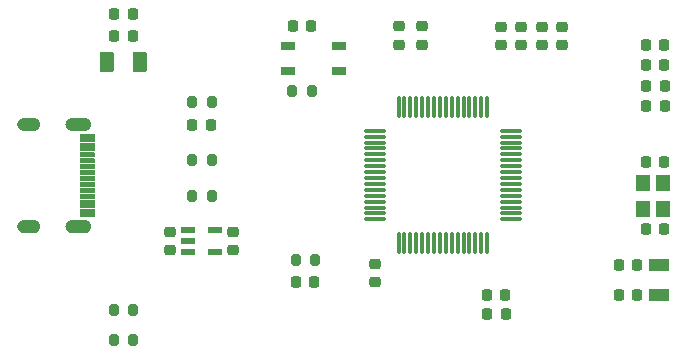
<source format=gtp>
%TF.GenerationSoftware,KiCad,Pcbnew,8.0.4*%
%TF.CreationDate,2024-09-01T16:40:05+08:00*%
%TF.ProjectId,UINIO-MCU-HC32F460KETA,55494e49-4f2d-44d4-9355-2d4843333246,Version 1.0.0*%
%TF.SameCoordinates,PX71f45d0PY4ce7800*%
%TF.FileFunction,Paste,Top*%
%TF.FilePolarity,Positive*%
%FSLAX46Y46*%
G04 Gerber Fmt 4.6, Leading zero omitted, Abs format (unit mm)*
G04 Created by KiCad (PCBNEW 8.0.4) date 2024-09-01 16:40:05*
%MOMM*%
%LPD*%
G01*
G04 APERTURE LIST*
G04 Aperture macros list*
%AMRoundRect*
0 Rectangle with rounded corners*
0 $1 Rounding radius*
0 $2 $3 $4 $5 $6 $7 $8 $9 X,Y pos of 4 corners*
0 Add a 4 corners polygon primitive as box body*
4,1,4,$2,$3,$4,$5,$6,$7,$8,$9,$2,$3,0*
0 Add four circle primitives for the rounded corners*
1,1,$1+$1,$2,$3*
1,1,$1+$1,$4,$5*
1,1,$1+$1,$6,$7*
1,1,$1+$1,$8,$9*
0 Add four rect primitives between the rounded corners*
20,1,$1+$1,$2,$3,$4,$5,0*
20,1,$1+$1,$4,$5,$6,$7,0*
20,1,$1+$1,$6,$7,$8,$9,0*
20,1,$1+$1,$8,$9,$2,$3,0*%
G04 Aperture macros list end*
%ADD10C,0.120000*%
%ADD11RoundRect,0.218750X0.218750X0.256250X-0.218750X0.256250X-0.218750X-0.256250X0.218750X-0.256250X0*%
%ADD12RoundRect,0.200000X0.200000X0.275000X-0.200000X0.275000X-0.200000X-0.275000X0.200000X-0.275000X0*%
%ADD13RoundRect,0.225000X0.250000X-0.225000X0.250000X0.225000X-0.250000X0.225000X-0.250000X-0.225000X0*%
%ADD14R,1.157000X0.490000*%
%ADD15R,1.175000X0.490000*%
%ADD16RoundRect,0.218750X-0.256250X0.218750X-0.256250X-0.218750X0.256250X-0.218750X0.256250X0.218750X0*%
%ADD17RoundRect,0.225000X-0.225000X-0.250000X0.225000X-0.250000X0.225000X0.250000X-0.225000X0.250000X0*%
%ADD18R,1.800000X1.000000*%
%ADD19RoundRect,0.225000X-0.250000X0.225000X-0.250000X-0.225000X0.250000X-0.225000X0.250000X0.225000X0*%
%ADD20R,1.150000X0.600000*%
%ADD21R,1.150000X0.300000*%
%ADD22RoundRect,0.200000X-0.200000X-0.275000X0.200000X-0.275000X0.200000X0.275000X-0.200000X0.275000X0*%
%ADD23RoundRect,0.225000X0.225000X0.250000X-0.225000X0.250000X-0.225000X-0.250000X0.225000X-0.250000X0*%
%ADD24R,1.200000X0.650000*%
%ADD25RoundRect,0.250000X-0.375000X-0.625000X0.375000X-0.625000X0.375000X0.625000X-0.375000X0.625000X0*%
%ADD26O,2.000000X0.300000*%
%ADD27O,0.300000X2.000000*%
%ADD28R,1.200000X1.400000*%
G04 APERTURE END LIST*
D10*
%TO.C,USB1*%
X2126000Y-18560000D02*
X976000Y-18560000D01*
X976000Y-17960000D01*
X2126000Y-17960000D01*
X2126000Y-18560000D01*
G36*
X2126000Y-18560000D02*
G01*
X976000Y-18560000D01*
X976000Y-17960000D01*
X2126000Y-17960000D01*
X2126000Y-18560000D01*
G37*
X2126000Y-19360000D02*
X976000Y-19360000D01*
X976000Y-18760000D01*
X2126000Y-18760000D01*
X2126000Y-19360000D01*
G36*
X2126000Y-19360000D02*
G01*
X976000Y-19360000D01*
X976000Y-18760000D01*
X2126000Y-18760000D01*
X2126000Y-19360000D01*
G37*
X2126000Y-19860000D02*
X976000Y-19860000D01*
X976000Y-19560000D01*
X2126000Y-19560000D01*
X2126000Y-19860000D01*
G36*
X2126000Y-19860000D02*
G01*
X976000Y-19860000D01*
X976000Y-19560000D01*
X2126000Y-19560000D01*
X2126000Y-19860000D01*
G37*
X2126000Y-20360000D02*
X976000Y-20360000D01*
X976000Y-20060000D01*
X2126000Y-20060000D01*
X2126000Y-20360000D01*
G36*
X2126000Y-20360000D02*
G01*
X976000Y-20360000D01*
X976000Y-20060000D01*
X2126000Y-20060000D01*
X2126000Y-20360000D01*
G37*
X2126000Y-20860000D02*
X976000Y-20860000D01*
X976000Y-20560000D01*
X2126000Y-20560000D01*
X2126000Y-20860000D01*
G36*
X2126000Y-20860000D02*
G01*
X976000Y-20860000D01*
X976000Y-20560000D01*
X2126000Y-20560000D01*
X2126000Y-20860000D01*
G37*
X2126000Y-21360000D02*
X976000Y-21360000D01*
X976000Y-21060000D01*
X2126000Y-21060000D01*
X2126000Y-21360000D01*
G36*
X2126000Y-21360000D02*
G01*
X976000Y-21360000D01*
X976000Y-21060000D01*
X2126000Y-21060000D01*
X2126000Y-21360000D01*
G37*
X2126000Y-21860000D02*
X976000Y-21860000D01*
X976000Y-21560000D01*
X2126000Y-21560000D01*
X2126000Y-21860000D01*
G36*
X2126000Y-21860000D02*
G01*
X976000Y-21860000D01*
X976000Y-21560000D01*
X2126000Y-21560000D01*
X2126000Y-21860000D01*
G37*
X2126000Y-22360000D02*
X976000Y-22360000D01*
X976000Y-22060000D01*
X2126000Y-22060000D01*
X2126000Y-22360000D01*
G36*
X2126000Y-22360000D02*
G01*
X976000Y-22360000D01*
X976000Y-22060000D01*
X2126000Y-22060000D01*
X2126000Y-22360000D01*
G37*
X2126000Y-22860000D02*
X976000Y-22860000D01*
X976000Y-22560000D01*
X2126000Y-22560000D01*
X2126000Y-22860000D01*
G36*
X2126000Y-22860000D02*
G01*
X976000Y-22860000D01*
X976000Y-22560000D01*
X2126000Y-22560000D01*
X2126000Y-22860000D01*
G37*
X2126000Y-23360000D02*
X976000Y-23360000D01*
X976000Y-23060000D01*
X2126000Y-23060000D01*
X2126000Y-23360000D01*
G36*
X2126000Y-23360000D02*
G01*
X976000Y-23360000D01*
X976000Y-23060000D01*
X2126000Y-23060000D01*
X2126000Y-23360000D01*
G37*
X2126000Y-24160000D02*
X976000Y-24160000D01*
X976000Y-23560000D01*
X2126000Y-23560000D01*
X2126000Y-24160000D01*
G36*
X2126000Y-24160000D02*
G01*
X976000Y-24160000D01*
X976000Y-23560000D01*
X2126000Y-23560000D01*
X2126000Y-24160000D01*
G37*
X2126000Y-24960000D02*
X976000Y-24960000D01*
X976000Y-24360000D01*
X2126000Y-24360000D01*
X2126000Y-24960000D01*
G36*
X2126000Y-24960000D02*
G01*
X976000Y-24960000D01*
X976000Y-24360000D01*
X2126000Y-24360000D01*
X2126000Y-24960000D01*
G37*
X-2864000Y-16645000D02*
X-2770000Y-16673000D01*
X-2684000Y-16719000D01*
X-2608000Y-16781000D01*
X-2546000Y-16857000D01*
X-2499000Y-16944000D01*
X-2471000Y-17037000D01*
X-2461000Y-17135000D01*
X-2471000Y-17233000D01*
X-2499000Y-17326000D01*
X-2546000Y-17413000D01*
X-2608000Y-17489000D01*
X-2684000Y-17551000D01*
X-2770000Y-17597000D01*
X-2864000Y-17625000D01*
X-2961000Y-17635000D01*
X-3861000Y-17635000D01*
X-3959000Y-17625000D01*
X-4053000Y-17597000D01*
X-4139000Y-17551000D01*
X-4215000Y-17489000D01*
X-4277000Y-17413000D01*
X-4323000Y-17326000D01*
X-4352000Y-17233000D01*
X-4361000Y-17135000D01*
X-4352000Y-17037000D01*
X-4323000Y-16944000D01*
X-4277000Y-16857000D01*
X-4215000Y-16781000D01*
X-4139000Y-16719000D01*
X-4053000Y-16673000D01*
X-3959000Y-16645000D01*
X-3861000Y-16635000D01*
X-2961000Y-16635000D01*
X-2864000Y-16645000D01*
G36*
X-2864000Y-16645000D02*
G01*
X-2770000Y-16673000D01*
X-2684000Y-16719000D01*
X-2608000Y-16781000D01*
X-2546000Y-16857000D01*
X-2499000Y-16944000D01*
X-2471000Y-17037000D01*
X-2461000Y-17135000D01*
X-2471000Y-17233000D01*
X-2499000Y-17326000D01*
X-2546000Y-17413000D01*
X-2608000Y-17489000D01*
X-2684000Y-17551000D01*
X-2770000Y-17597000D01*
X-2864000Y-17625000D01*
X-2961000Y-17635000D01*
X-3861000Y-17635000D01*
X-3959000Y-17625000D01*
X-4053000Y-17597000D01*
X-4139000Y-17551000D01*
X-4215000Y-17489000D01*
X-4277000Y-17413000D01*
X-4323000Y-17326000D01*
X-4352000Y-17233000D01*
X-4361000Y-17135000D01*
X-4352000Y-17037000D01*
X-4323000Y-16944000D01*
X-4277000Y-16857000D01*
X-4215000Y-16781000D01*
X-4139000Y-16719000D01*
X-4053000Y-16673000D01*
X-3959000Y-16645000D01*
X-3861000Y-16635000D01*
X-2961000Y-16635000D01*
X-2864000Y-16645000D01*
G37*
X-2864000Y-25295000D02*
X-2770000Y-25323000D01*
X-2684000Y-25369000D01*
X-2608000Y-25431000D01*
X-2546000Y-25507000D01*
X-2499000Y-25594000D01*
X-2471000Y-25687000D01*
X-2461000Y-25785000D01*
X-2471000Y-25883000D01*
X-2499000Y-25976000D01*
X-2546000Y-26063000D01*
X-2608000Y-26139000D01*
X-2684000Y-26201000D01*
X-2770000Y-26247000D01*
X-2864000Y-26275000D01*
X-2961000Y-26285000D01*
X-3861000Y-26285000D01*
X-3959000Y-26275000D01*
X-4053000Y-26247000D01*
X-4139000Y-26201000D01*
X-4215000Y-26139000D01*
X-4277000Y-26063000D01*
X-4323000Y-25976000D01*
X-4352000Y-25883000D01*
X-4361000Y-25785000D01*
X-4352000Y-25687000D01*
X-4323000Y-25594000D01*
X-4277000Y-25507000D01*
X-4215000Y-25431000D01*
X-4139000Y-25369000D01*
X-4053000Y-25323000D01*
X-3959000Y-25295000D01*
X-3861000Y-25285000D01*
X-2961000Y-25285000D01*
X-2864000Y-25295000D01*
G36*
X-2864000Y-25295000D02*
G01*
X-2770000Y-25323000D01*
X-2684000Y-25369000D01*
X-2608000Y-25431000D01*
X-2546000Y-25507000D01*
X-2499000Y-25594000D01*
X-2471000Y-25687000D01*
X-2461000Y-25785000D01*
X-2471000Y-25883000D01*
X-2499000Y-25976000D01*
X-2546000Y-26063000D01*
X-2608000Y-26139000D01*
X-2684000Y-26201000D01*
X-2770000Y-26247000D01*
X-2864000Y-26275000D01*
X-2961000Y-26285000D01*
X-3861000Y-26285000D01*
X-3959000Y-26275000D01*
X-4053000Y-26247000D01*
X-4139000Y-26201000D01*
X-4215000Y-26139000D01*
X-4277000Y-26063000D01*
X-4323000Y-25976000D01*
X-4352000Y-25883000D01*
X-4361000Y-25785000D01*
X-4352000Y-25687000D01*
X-4323000Y-25594000D01*
X-4277000Y-25507000D01*
X-4215000Y-25431000D01*
X-4139000Y-25369000D01*
X-4053000Y-25323000D01*
X-3959000Y-25295000D01*
X-3861000Y-25285000D01*
X-2961000Y-25285000D01*
X-2864000Y-25295000D01*
G37*
X1436000Y-16645000D02*
X1530000Y-16673000D01*
X1616000Y-16719000D01*
X1692000Y-16781000D01*
X1754000Y-16857000D01*
X1801000Y-16944000D01*
X1829000Y-17037000D01*
X1839000Y-17135000D01*
X1829000Y-17233000D01*
X1801000Y-17326000D01*
X1754000Y-17413000D01*
X1692000Y-17489000D01*
X1616000Y-17551000D01*
X1530000Y-17597000D01*
X1436000Y-17625000D01*
X1339000Y-17635000D01*
X239000Y-17635000D01*
X141000Y-17625000D01*
X47000Y-17597000D01*
X-39000Y-17551000D01*
X-115000Y-17489000D01*
X-177000Y-17413000D01*
X-223000Y-17326000D01*
X-252000Y-17233000D01*
X-261000Y-17135000D01*
X-252000Y-17037000D01*
X-223000Y-16944000D01*
X-177000Y-16857000D01*
X-115000Y-16781000D01*
X-39000Y-16719000D01*
X47000Y-16673000D01*
X141000Y-16645000D01*
X239000Y-16635000D01*
X1339000Y-16635000D01*
X1436000Y-16645000D01*
G36*
X1436000Y-16645000D02*
G01*
X1530000Y-16673000D01*
X1616000Y-16719000D01*
X1692000Y-16781000D01*
X1754000Y-16857000D01*
X1801000Y-16944000D01*
X1829000Y-17037000D01*
X1839000Y-17135000D01*
X1829000Y-17233000D01*
X1801000Y-17326000D01*
X1754000Y-17413000D01*
X1692000Y-17489000D01*
X1616000Y-17551000D01*
X1530000Y-17597000D01*
X1436000Y-17625000D01*
X1339000Y-17635000D01*
X239000Y-17635000D01*
X141000Y-17625000D01*
X47000Y-17597000D01*
X-39000Y-17551000D01*
X-115000Y-17489000D01*
X-177000Y-17413000D01*
X-223000Y-17326000D01*
X-252000Y-17233000D01*
X-261000Y-17135000D01*
X-252000Y-17037000D01*
X-223000Y-16944000D01*
X-177000Y-16857000D01*
X-115000Y-16781000D01*
X-39000Y-16719000D01*
X47000Y-16673000D01*
X141000Y-16645000D01*
X239000Y-16635000D01*
X1339000Y-16635000D01*
X1436000Y-16645000D01*
G37*
X1436000Y-25295000D02*
X1530000Y-25323000D01*
X1616000Y-25369000D01*
X1692000Y-25431000D01*
X1754000Y-25507000D01*
X1801000Y-25594000D01*
X1829000Y-25687000D01*
X1839000Y-25785000D01*
X1829000Y-25883000D01*
X1801000Y-25976000D01*
X1754000Y-26063000D01*
X1692000Y-26139000D01*
X1616000Y-26201000D01*
X1530000Y-26247000D01*
X1436000Y-26275000D01*
X1339000Y-26285000D01*
X239000Y-26285000D01*
X141000Y-26275000D01*
X47000Y-26247000D01*
X-39000Y-26201000D01*
X-115000Y-26139000D01*
X-177000Y-26063000D01*
X-223000Y-25976000D01*
X-252000Y-25883000D01*
X-261000Y-25785000D01*
X-252000Y-25687000D01*
X-223000Y-25594000D01*
X-177000Y-25507000D01*
X-115000Y-25431000D01*
X-39000Y-25369000D01*
X47000Y-25323000D01*
X141000Y-25295000D01*
X239000Y-25285000D01*
X1339000Y-25285000D01*
X1436000Y-25295000D01*
G36*
X1436000Y-25295000D02*
G01*
X1530000Y-25323000D01*
X1616000Y-25369000D01*
X1692000Y-25431000D01*
X1754000Y-25507000D01*
X1801000Y-25594000D01*
X1829000Y-25687000D01*
X1839000Y-25785000D01*
X1829000Y-25883000D01*
X1801000Y-25976000D01*
X1754000Y-26063000D01*
X1692000Y-26139000D01*
X1616000Y-26201000D01*
X1530000Y-26247000D01*
X1436000Y-26275000D01*
X1339000Y-26285000D01*
X239000Y-26285000D01*
X141000Y-26275000D01*
X47000Y-26247000D01*
X-39000Y-26201000D01*
X-115000Y-26139000D01*
X-177000Y-26063000D01*
X-223000Y-25976000D01*
X-252000Y-25883000D01*
X-261000Y-25785000D01*
X-252000Y-25687000D01*
X-223000Y-25594000D01*
X-177000Y-25507000D01*
X-115000Y-25431000D01*
X-39000Y-25369000D01*
X47000Y-25323000D01*
X141000Y-25295000D01*
X239000Y-25285000D01*
X1339000Y-25285000D01*
X1436000Y-25295000D01*
G37*
%TD*%
D11*
%TO.C,L3*%
X50465000Y-15630000D03*
X48890000Y-15630000D03*
%TD*%
D12*
%TO.C,R4*%
X20865000Y-28670000D03*
X19215000Y-28670000D03*
%TD*%
D13*
%TO.C,C2*%
X40060000Y-10445000D03*
X40060000Y-8895000D03*
%TD*%
D14*
%TO.C,U1*%
X10091500Y-26110000D03*
X10091500Y-27060000D03*
X10091500Y-28010000D03*
D15*
X12399500Y-28010000D03*
X12399500Y-26110000D03*
%TD*%
D13*
%TO.C,C1*%
X38330000Y-10445000D03*
X38330000Y-8895000D03*
%TD*%
%TO.C,C17*%
X25920000Y-30550000D03*
X25920000Y-29000000D03*
%TD*%
D11*
%TO.C,L4*%
X50465000Y-13900000D03*
X48890000Y-13900000D03*
%TD*%
D13*
%TO.C,C4*%
X8610000Y-27830000D03*
X8610000Y-26280000D03*
%TD*%
D16*
%TO.C,L2*%
X36600000Y-8882500D03*
X36600000Y-10457500D03*
%TD*%
D12*
%TO.C,R5*%
X20580000Y-14330000D03*
X18930000Y-14330000D03*
%TD*%
D17*
%TO.C,C9*%
X19265000Y-30480000D03*
X20815000Y-30480000D03*
%TD*%
D18*
%TO.C,Y1*%
X50007500Y-29080002D03*
X50007500Y-31580000D03*
%TD*%
D19*
%TO.C,C8*%
X27940000Y-8880000D03*
X27940000Y-10430000D03*
%TD*%
D20*
%TO.C,USB1*%
X1551000Y-18260000D03*
X1551000Y-19060000D03*
D21*
X1551000Y-20210000D03*
X1551000Y-21210000D03*
X1551000Y-21710000D03*
X1551000Y-22710000D03*
D20*
X1551000Y-24660000D03*
X1551000Y-23860000D03*
D21*
X1551000Y-23210000D03*
X1551000Y-22210000D03*
X1551000Y-20710000D03*
X1551000Y-19710000D03*
%TD*%
D22*
%TO.C,R7*%
X3815000Y-32880000D03*
X5465000Y-32880000D03*
%TD*%
D13*
%TO.C,C7*%
X13890000Y-27830000D03*
X13890000Y-26280000D03*
%TD*%
D23*
%TO.C,C19*%
X37000000Y-33210000D03*
X35450000Y-33210000D03*
%TD*%
D12*
%TO.C,R6*%
X5465000Y-35420000D03*
X3815000Y-35420000D03*
%TD*%
D19*
%TO.C,C12*%
X29920000Y-8880000D03*
X29920000Y-10430000D03*
%TD*%
D24*
%TO.C,SW1*%
X22880000Y-12670000D03*
X18580000Y-12670000D03*
X22880000Y-10520000D03*
X18580000Y-10520000D03*
%TD*%
D17*
%TO.C,C11*%
X3865000Y-9650000D03*
X5415000Y-9650000D03*
%TD*%
D23*
%TO.C,C6*%
X36990000Y-31600000D03*
X35440000Y-31600000D03*
%TD*%
D11*
%TO.C,D1*%
X12062500Y-17250000D03*
X10487500Y-17250000D03*
%TD*%
D22*
%TO.C,R1*%
X10470000Y-20200000D03*
X12120000Y-20200000D03*
%TD*%
D23*
%TO.C,C18*%
X50450000Y-26050000D03*
X48900000Y-26050000D03*
%TD*%
D16*
%TO.C,L1*%
X41790000Y-8882500D03*
X41790000Y-10457500D03*
%TD*%
D17*
%TO.C,C14*%
X48900000Y-20390000D03*
X50450000Y-20390000D03*
%TD*%
%TO.C,C13*%
X18980000Y-8860000D03*
X20530000Y-8860000D03*
%TD*%
D22*
%TO.C,R3*%
X10470000Y-15260000D03*
X12120000Y-15260000D03*
%TD*%
D17*
%TO.C,C3*%
X48902500Y-10440000D03*
X50452500Y-10440000D03*
%TD*%
D22*
%TO.C,R2*%
X10470000Y-23210000D03*
X12120000Y-23210000D03*
%TD*%
D17*
%TO.C,C10*%
X3865000Y-7800000D03*
X5415000Y-7800000D03*
%TD*%
%TO.C,C5*%
X48902500Y-12170000D03*
X50452500Y-12170000D03*
%TD*%
D25*
%TO.C,F1*%
X3240000Y-11890000D03*
X6040000Y-11890000D03*
%TD*%
D17*
%TO.C,C16*%
X46600000Y-29060000D03*
X48150000Y-29060000D03*
%TD*%
D26*
%TO.C,U2*%
X37440000Y-25210000D03*
X37440000Y-24710000D03*
X37440000Y-24210000D03*
X37440000Y-23710000D03*
X37440000Y-23210000D03*
X37440000Y-22710000D03*
X37440000Y-22210000D03*
X37440000Y-21710000D03*
X37440000Y-21210000D03*
X37440000Y-20710000D03*
X37440000Y-20210000D03*
X37440000Y-19710000D03*
X37440000Y-19210000D03*
X37440000Y-18710000D03*
X37440000Y-18210000D03*
X37440000Y-17710000D03*
D27*
X35440000Y-15710000D03*
X34940000Y-15710000D03*
X34440000Y-15710000D03*
X33940000Y-15710000D03*
X33440000Y-15710000D03*
X32940000Y-15710000D03*
X32440000Y-15710000D03*
X31940000Y-15710000D03*
X31440000Y-15710000D03*
X30940000Y-15710000D03*
X30440000Y-15710000D03*
X29940000Y-15710000D03*
X29440000Y-15710000D03*
X28940000Y-15710000D03*
X28440000Y-15710000D03*
X27940000Y-15710000D03*
D26*
X25940000Y-17710000D03*
X25940000Y-18210000D03*
X25940000Y-18710000D03*
X25940000Y-19210000D03*
X25940000Y-19710000D03*
X25940000Y-20210000D03*
X25940000Y-20710000D03*
X25940000Y-21210000D03*
X25940000Y-21710000D03*
X25940000Y-22210000D03*
X25940000Y-22710000D03*
X25940000Y-23210000D03*
X25940000Y-23710000D03*
X25940000Y-24210000D03*
X25940000Y-24710000D03*
X25940000Y-25210000D03*
D27*
X27940000Y-27210000D03*
X28440000Y-27210000D03*
X28940000Y-27210000D03*
X29440000Y-27210000D03*
X29940000Y-27210000D03*
X30440000Y-27210000D03*
X30940000Y-27210000D03*
X31440000Y-27210000D03*
X31940000Y-27210000D03*
X32440000Y-27210000D03*
X32940000Y-27210000D03*
X33440000Y-27210000D03*
X33940000Y-27210000D03*
X34440000Y-27210000D03*
X34940000Y-27210000D03*
X35440000Y-27210000D03*
%TD*%
D17*
%TO.C,C15*%
X46600000Y-31600002D03*
X48150000Y-31600002D03*
%TD*%
D28*
%TO.C,Y2*%
X48605000Y-22120000D03*
X48605000Y-24320000D03*
X50305000Y-24320000D03*
X50305000Y-22120000D03*
%TD*%
M02*

</source>
